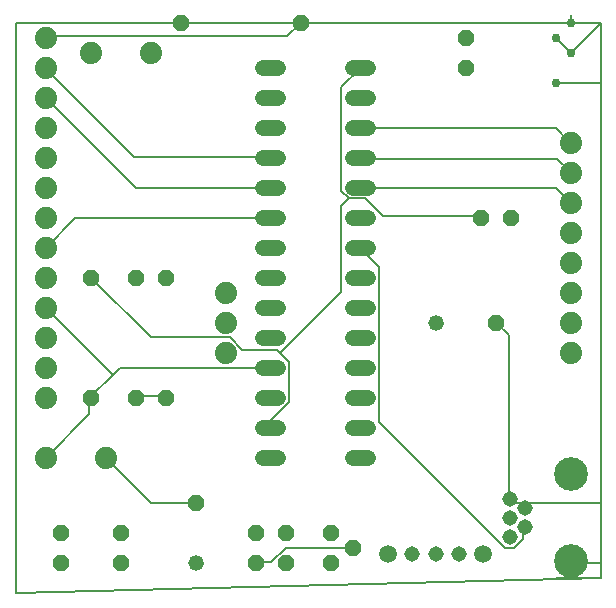
<source format=gbr>
G04 EAGLE Gerber X2 export*
%TF.Part,Single*%
%TF.FileFunction,Copper,L2,Bot,Mixed*%
%TF.FilePolarity,Positive*%
%TF.GenerationSoftware,Autodesk,EAGLE,8.6.0*%
%TF.CreationDate,2018-04-17T04:18:31Z*%
G75*
%MOMM*%
%FSLAX34Y34*%
%LPD*%
%AMOC8*
5,1,8,0,0,1.08239X$1,22.5*%
G01*
%ADD10P,1.429621X8X292.500000*%
%ADD11P,1.429621X8X22.500000*%
%ADD12P,1.429621X8X112.500000*%
%ADD13C,1.320800*%
%ADD14C,1.308000*%
%ADD15C,2.850000*%
%ADD16C,1.879600*%
%ADD17P,1.429621X8X202.500000*%
%ADD18C,1.320800*%
%ADD19C,1.508000*%
%ADD20C,0.152400*%
%ADD21C,0.756400*%


D10*
X381000Y469900D03*
X381000Y444500D03*
D11*
X393700Y317500D03*
X419100Y317500D03*
D12*
X203200Y25400D03*
X203200Y50800D03*
X228600Y25400D03*
X228600Y50800D03*
D13*
X355600Y228600D03*
D11*
X406400Y228600D03*
D13*
X152400Y25400D03*
D12*
X152400Y76200D03*
D14*
X418900Y47500D03*
X418900Y63500D03*
X418900Y79500D03*
X430900Y55500D03*
X430900Y71500D03*
D15*
X469900Y100000D03*
X469900Y27000D03*
D16*
X469900Y203200D03*
X469900Y228600D03*
X469900Y254000D03*
X469900Y279400D03*
X469900Y304800D03*
X469900Y330200D03*
X469900Y355600D03*
X469900Y381000D03*
X25400Y165100D03*
X25400Y190500D03*
X25400Y215900D03*
X25400Y241300D03*
X25400Y266700D03*
X25400Y292100D03*
X25400Y317500D03*
X25400Y342900D03*
D12*
X88900Y25400D03*
X88900Y50800D03*
X38100Y25400D03*
X38100Y50800D03*
X127000Y165100D03*
X127000Y266700D03*
X101600Y165100D03*
X101600Y266700D03*
D17*
X241300Y482600D03*
X139700Y482600D03*
D10*
X63500Y266700D03*
X63500Y165100D03*
D18*
X209296Y444500D02*
X222504Y444500D01*
X222504Y419100D02*
X209296Y419100D01*
X209296Y393700D02*
X222504Y393700D01*
X222504Y368300D02*
X209296Y368300D01*
X209296Y342900D02*
X222504Y342900D01*
X222504Y317500D02*
X209296Y317500D01*
X209296Y292100D02*
X222504Y292100D01*
X222504Y266700D02*
X209296Y266700D01*
X209296Y241300D02*
X222504Y241300D01*
X222504Y215900D02*
X209296Y215900D01*
X209296Y190500D02*
X222504Y190500D01*
X222504Y165100D02*
X209296Y165100D01*
X209296Y139700D02*
X222504Y139700D01*
X222504Y114300D02*
X209296Y114300D01*
X285496Y114300D02*
X298704Y114300D01*
X298704Y139700D02*
X285496Y139700D01*
X285496Y165100D02*
X298704Y165100D01*
X298704Y190500D02*
X285496Y190500D01*
X285496Y215900D02*
X298704Y215900D01*
X298704Y241300D02*
X285496Y241300D01*
X285496Y266700D02*
X298704Y266700D01*
X298704Y292100D02*
X285496Y292100D01*
X285496Y317500D02*
X298704Y317500D01*
X298704Y342900D02*
X285496Y342900D01*
X285496Y368300D02*
X298704Y368300D01*
X298704Y393700D02*
X285496Y393700D01*
X285496Y419100D02*
X298704Y419100D01*
X298704Y444500D02*
X285496Y444500D01*
D19*
X315600Y32700D03*
D14*
X335600Y32700D03*
X355600Y32700D03*
X375600Y32700D03*
D19*
X395600Y32700D03*
D10*
X266700Y25400D03*
X285750Y38100D03*
X266700Y50800D03*
D16*
X63500Y457200D03*
X114300Y457200D03*
X25400Y114300D03*
X76200Y114300D03*
X25400Y368300D03*
X25400Y393700D03*
X25400Y419100D03*
X25400Y444500D03*
X25400Y469900D03*
X177800Y254000D03*
X177800Y228600D03*
X177800Y203200D03*
D20*
X0Y0D02*
X0Y482600D01*
X0Y0D02*
X495300Y12700D01*
X495300Y76200D02*
X495300Y431800D01*
X495300Y482600D01*
X0Y482600D01*
X102108Y166116D02*
X126492Y166116D01*
X102108Y166116D02*
X101600Y165100D01*
X126492Y166116D02*
X127000Y165100D01*
X114300Y76200D02*
X152400Y76200D01*
X114300Y76200D02*
X76200Y114300D01*
X417576Y80772D02*
X417576Y217932D01*
X406908Y228600D01*
X417576Y80772D02*
X418900Y79500D01*
X406908Y228600D02*
X406400Y228600D01*
X457200Y12700D02*
X495300Y12700D01*
X495300Y25400D01*
X495300Y76200D01*
X419100Y76200D01*
X482600Y25400D02*
X495300Y25400D01*
X495300Y431800D02*
X457200Y431800D01*
D21*
X457200Y431800D03*
X469900Y482600D03*
D20*
X469900Y489078D01*
X495300Y482600D02*
X469900Y457200D01*
D21*
X469900Y457200D03*
D20*
X457200Y469900D01*
D21*
X457200Y469900D03*
D20*
X216408Y25908D02*
X204216Y25908D01*
X216408Y25908D02*
X228600Y38100D01*
X285750Y38100D01*
X204216Y25908D02*
X203200Y25400D01*
X216408Y140208D02*
X216408Y146304D01*
X231648Y161544D01*
X231648Y195072D01*
X224028Y202692D02*
X220980Y205740D01*
X224028Y202692D02*
X231648Y195072D01*
X220980Y205740D02*
X192024Y205740D01*
X181356Y216408D01*
X114300Y216408D01*
X64008Y266700D01*
X215900Y139700D02*
X216408Y140208D01*
X64008Y266700D02*
X63500Y266700D01*
X310896Y318516D02*
X393192Y318516D01*
X310896Y318516D02*
X295656Y333756D01*
X281940Y333756D01*
X275844Y339852D01*
X275844Y428244D01*
X292100Y444500D01*
X393192Y318516D02*
X393700Y317500D01*
X230124Y470916D02*
X25908Y470916D01*
X230124Y470916D02*
X240792Y481584D01*
X25908Y470916D02*
X25400Y469900D01*
X240792Y481584D02*
X241300Y482600D01*
X275844Y254508D02*
X224028Y202692D01*
X275844Y254508D02*
X275844Y327660D01*
X281940Y333756D01*
X214884Y368808D02*
X100584Y368808D01*
X25908Y443484D01*
X214884Y368808D02*
X215900Y368300D01*
X25908Y443484D02*
X25400Y444500D01*
X102108Y342900D02*
X215900Y342900D01*
X102108Y342900D02*
X25908Y419100D01*
X25400Y419100D01*
X50292Y316992D02*
X214884Y316992D01*
X50292Y316992D02*
X25400Y292100D01*
X214884Y316992D02*
X215900Y317500D01*
X62484Y164592D02*
X62484Y150876D01*
X25908Y114300D01*
X62484Y164592D02*
X63500Y165100D01*
X25908Y114300D02*
X25400Y114300D01*
X88392Y190500D02*
X215900Y190500D01*
X82296Y184404D02*
X64008Y166116D01*
X82296Y184404D02*
X88392Y190500D01*
X64008Y166116D02*
X63500Y165100D01*
X82296Y184404D02*
X25400Y241300D01*
X429768Y54864D02*
X429768Y45720D01*
X422148Y38100D01*
X414528Y38100D01*
X307848Y144780D01*
X307848Y275844D01*
X292608Y291084D01*
X429768Y54864D02*
X430900Y55500D01*
X292608Y291084D02*
X292100Y292100D01*
X292100Y342900D02*
X457200Y342900D01*
X469900Y330200D01*
X458724Y367284D02*
X292608Y367284D01*
X458724Y367284D02*
X469392Y356616D01*
X292608Y367284D02*
X292100Y368300D01*
X469392Y356616D02*
X469900Y355600D01*
X457200Y393192D02*
X292608Y393192D01*
X457200Y393192D02*
X469392Y381000D01*
X292608Y393192D02*
X292100Y393700D01*
X469392Y381000D02*
X469900Y381000D01*
M02*

</source>
